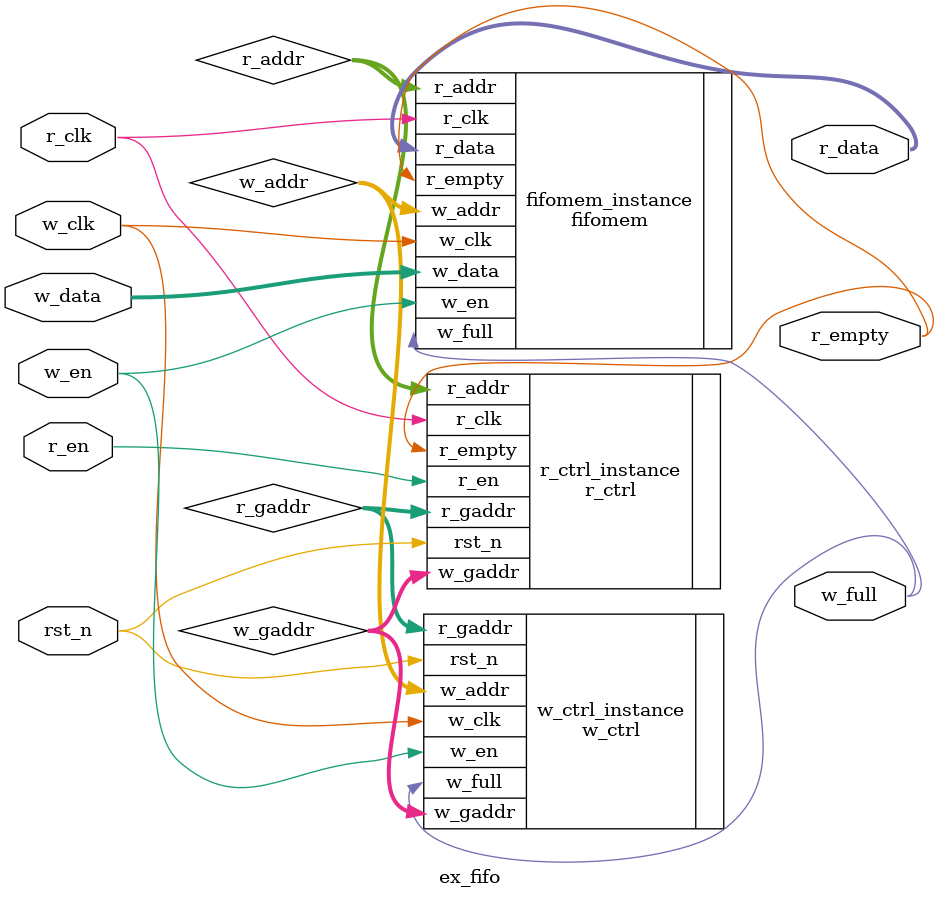
<source format=v>
module ex_fifo(
       input wire w_clk,
       input wire r_clk,
       input wire rst_n,
       
       input wire        w_en,
       input wire [7:0]  w_data,
       output wire       w_full,
       input wire        r_en,
       output wire [7:0] r_data,
       output wire       r_empty
);

wire [8:0]r_gaddr;
wire [8:0]w_gaddr;
wire [7:0]w_addr; 
wire [7:0]r_addr;

w_ctrl w_ctrl_instance(
       .w_clk  (w_clk  ),
       .rst_n  (rst_n  ),
       .w_en   (w_en   ),
       .r_gaddr(r_gaddr),
       .w_full (w_full ),
       .w_addr (w_addr ),
       .w_gaddr(w_gaddr)
);

fifomem fifomem_instance(
       .w_clk   (w_clk),
       .r_clk   (r_clk),
       .w_en    (w_en),
       .w_full  (w_full),
       .w_data  (w_data),
       .w_addr  (w_addr),
       .r_empty (r_empty),
       .r_addr  (r_addr),
       .r_data  (r_data)    
);

r_ctrl r_ctrl_instance(
        .r_clk  (r_clk) ,
        .rst_n  (rst_n) ,
        .r_en   (r_en) ,
        .w_gaddr(w_gaddr) ,
        .r_empty(r_empty) ,
        .r_addr (r_addr) ,
        .r_gaddr(r_gaddr)
);

endmodule 
</source>
